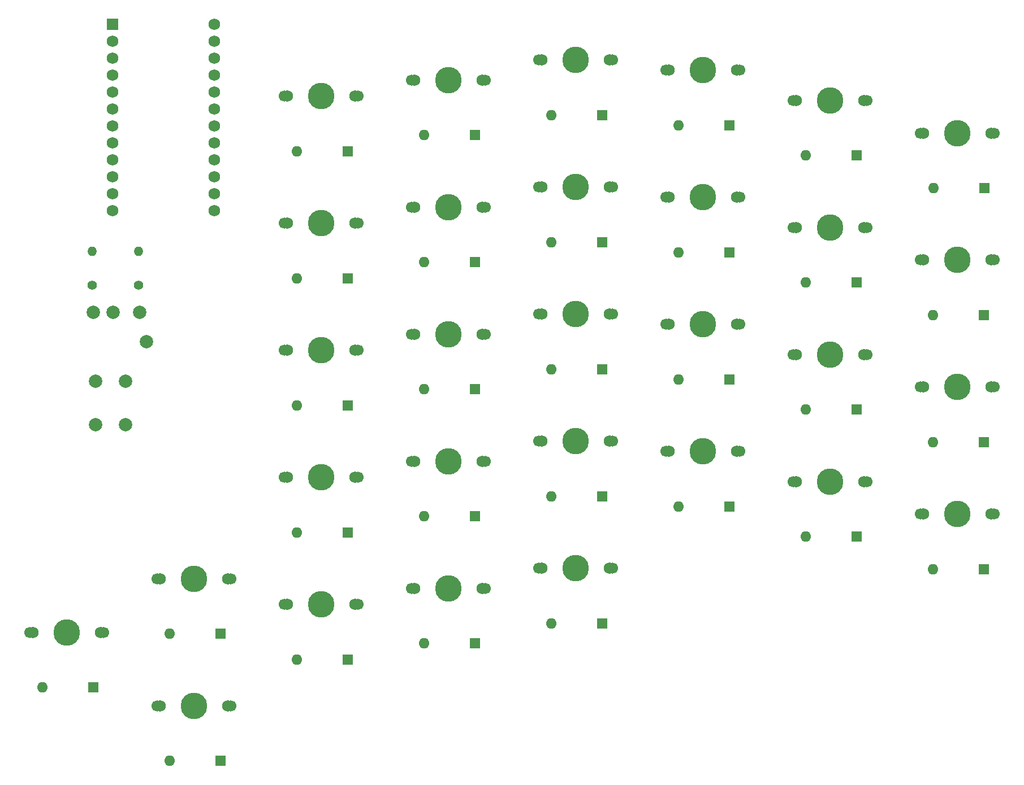
<source format=gbr>
%TF.GenerationSoftware,KiCad,Pcbnew,8.0.6*%
%TF.CreationDate,2025-02-14T20:47:42-05:00*%
%TF.ProjectId,KeyBoard_2nd_half,4b657942-6f61-4726-945f-326e645f6861,rev?*%
%TF.SameCoordinates,Original*%
%TF.FileFunction,Soldermask,Top*%
%TF.FilePolarity,Negative*%
%FSLAX46Y46*%
G04 Gerber Fmt 4.6, Leading zero omitted, Abs format (unit mm)*
G04 Created by KiCad (PCBNEW 8.0.6) date 2025-02-14 20:47:42*
%MOMM*%
%LPD*%
G01*
G04 APERTURE LIST*
%ADD10C,1.700000*%
%ADD11C,1.750000*%
%ADD12C,3.987800*%
%ADD13C,1.400000*%
%ADD14O,1.400000X1.400000*%
%ADD15R,1.752600X1.752600*%
%ADD16C,1.752600*%
%ADD17C,2.000000*%
%ADD18R,1.600000X1.600000*%
%ADD19O,1.600000X1.600000*%
G04 APERTURE END LIST*
D10*
%TO.C,S36*%
X180412100Y-50596976D03*
D11*
X180832100Y-50596976D03*
D12*
X185912100Y-50596976D03*
D11*
X190992100Y-50596976D03*
D10*
X191412100Y-50596976D03*
%TD*%
%TO.C,S57*%
X104212100Y-68996976D03*
D11*
X104632100Y-68996976D03*
D12*
X109712100Y-68996976D03*
D11*
X114792100Y-68996976D03*
D10*
X115212100Y-68996976D03*
%TD*%
%TO.C,S56*%
X104212100Y-49946976D03*
D11*
X104632100Y-49946976D03*
D12*
X109712100Y-49946976D03*
D11*
X114792100Y-49946976D03*
D10*
X115212100Y-49946976D03*
%TD*%
%TO.C,S42*%
X161362100Y-65121976D03*
D11*
X161782100Y-65121976D03*
D12*
X166862100Y-65121976D03*
D11*
X171942100Y-65121976D03*
D10*
X172362100Y-65121976D03*
%TD*%
%TO.C,S51*%
X123262100Y-47546976D03*
D11*
X123682100Y-47546976D03*
D12*
X128762100Y-47546976D03*
D11*
X133842100Y-47546976D03*
D10*
X134262100Y-47546976D03*
%TD*%
%TO.C,S59*%
X104212100Y-107096976D03*
D11*
X104632100Y-107096976D03*
D12*
X109712100Y-107096976D03*
D11*
X114792100Y-107096976D03*
D10*
X115212100Y-107096976D03*
%TD*%
%TO.C,S34*%
X199462100Y-112612788D03*
D11*
X199882100Y-112612788D03*
D12*
X204962100Y-112612788D03*
D11*
X210042100Y-112612788D03*
D10*
X210462100Y-112612788D03*
%TD*%
%TO.C,S37*%
X180412100Y-69646976D03*
D11*
X180832100Y-69646976D03*
D12*
X185912100Y-69646976D03*
D11*
X190992100Y-69646976D03*
D10*
X191412100Y-69646976D03*
%TD*%
%TO.C,S31*%
X199487099Y-55481164D03*
D11*
X199907099Y-55481164D03*
D12*
X204987099Y-55481164D03*
D11*
X210067099Y-55481164D03*
D10*
X210487099Y-55481164D03*
%TD*%
%TO.C,S53*%
X123262100Y-85646976D03*
D11*
X123682100Y-85646976D03*
D12*
X128762100Y-85646976D03*
D11*
X133842100Y-85646976D03*
D10*
X134262100Y-85646976D03*
%TD*%
D13*
%TO.C,R4*%
X75383450Y-78276189D03*
D14*
X75383450Y-73196189D03*
%TD*%
D10*
%TO.C,S55*%
X85162100Y-122321976D03*
D11*
X85582100Y-122321976D03*
D12*
X90662100Y-122321976D03*
D11*
X95742100Y-122321976D03*
D10*
X96162100Y-122321976D03*
%TD*%
%TO.C,S48*%
X142312100Y-82646976D03*
D11*
X142732100Y-82646976D03*
D12*
X147812100Y-82646976D03*
D11*
X152892100Y-82646976D03*
D10*
X153312100Y-82646976D03*
%TD*%
%TO.C,S52*%
X123262100Y-66596976D03*
D11*
X123682100Y-66596976D03*
D12*
X128762100Y-66596976D03*
D11*
X133842100Y-66596976D03*
D10*
X134262100Y-66596976D03*
%TD*%
%TO.C,S35*%
X142312100Y-120746976D03*
D11*
X142732100Y-120746976D03*
D12*
X147812100Y-120746976D03*
D11*
X152892100Y-120746976D03*
D10*
X153312100Y-120746976D03*
%TD*%
%TO.C,S41*%
X161362100Y-46071976D03*
D11*
X161782100Y-46071976D03*
D12*
X166862100Y-46071976D03*
D11*
X171942100Y-46071976D03*
D10*
X172362100Y-46071976D03*
%TD*%
%TO.C,S58*%
X104212100Y-88046976D03*
D11*
X104632100Y-88046976D03*
D12*
X109712100Y-88046976D03*
D11*
X114792100Y-88046976D03*
D10*
X115212100Y-88046976D03*
%TD*%
D13*
%TO.C,R3*%
X82393450Y-78286189D03*
D14*
X82393450Y-73206189D03*
%TD*%
D10*
%TO.C,S45*%
X104212100Y-126146976D03*
D11*
X104632100Y-126146976D03*
D12*
X109712100Y-126146976D03*
D11*
X114792100Y-126146976D03*
D10*
X115212100Y-126146976D03*
%TD*%
%TO.C,S47*%
X142312100Y-63596976D03*
D11*
X142732100Y-63596976D03*
D12*
X147812100Y-63596976D03*
D11*
X152892100Y-63596976D03*
D10*
X153312100Y-63596976D03*
%TD*%
%TO.C,S43*%
X161362100Y-84171976D03*
D11*
X161782100Y-84171976D03*
D12*
X166862100Y-84171976D03*
D11*
X171942100Y-84171976D03*
D10*
X172362100Y-84171976D03*
%TD*%
%TO.C,S60*%
X66112100Y-130346976D03*
D11*
X66532100Y-130346976D03*
D12*
X71612100Y-130346976D03*
D11*
X76692100Y-130346976D03*
D10*
X77112100Y-130346976D03*
%TD*%
D15*
%TO.C,U4*%
X78417100Y-39206101D03*
D16*
X78417100Y-41746101D03*
X78417100Y-44286101D03*
X78417100Y-46826101D03*
X78417100Y-49366101D03*
X78417100Y-51906101D03*
X78417100Y-54446101D03*
X78417100Y-56986101D03*
X78417100Y-59526101D03*
X78417100Y-62066101D03*
X78417100Y-64606101D03*
X78417100Y-67146101D03*
X93657100Y-67146101D03*
X93657100Y-64606101D03*
X93657100Y-62066101D03*
X93657100Y-59526101D03*
X93657100Y-56986101D03*
X93657100Y-54446101D03*
X93657100Y-51906101D03*
X93657100Y-49366101D03*
X93657100Y-46826101D03*
X93657100Y-44286101D03*
X93657100Y-41746101D03*
X93657100Y-39206101D03*
%TD*%
D10*
%TO.C,S54*%
X123262100Y-104696976D03*
D11*
X123682100Y-104696976D03*
D12*
X128762100Y-104696976D03*
D11*
X133842100Y-104696976D03*
D10*
X134262100Y-104696976D03*
%TD*%
%TO.C,S49*%
X142312100Y-101696976D03*
D11*
X142732100Y-101696976D03*
D12*
X147812100Y-101696976D03*
D11*
X152892100Y-101696976D03*
D10*
X153312100Y-101696976D03*
%TD*%
%TO.C,S44*%
X161362100Y-103221976D03*
D11*
X161782100Y-103221976D03*
D12*
X166862100Y-103221976D03*
D11*
X171942100Y-103221976D03*
D10*
X172362100Y-103221976D03*
%TD*%
%TO.C,S38*%
X180412100Y-88696976D03*
D11*
X180832100Y-88696976D03*
D12*
X185912100Y-88696976D03*
D11*
X190992100Y-88696976D03*
D10*
X191412100Y-88696976D03*
%TD*%
D17*
%TO.C,SW2*%
X80378450Y-92696189D03*
X80378450Y-99196189D03*
X75878450Y-92696189D03*
X75878450Y-99196189D03*
%TD*%
%TO.C,U3*%
X83538450Y-86730039D03*
X82538450Y-82330039D03*
X78538450Y-82330039D03*
X75538450Y-82330039D03*
%TD*%
D10*
%TO.C,S32*%
X199462100Y-74512788D03*
D11*
X199882100Y-74512788D03*
D12*
X204962100Y-74512788D03*
D11*
X210042100Y-74512788D03*
D10*
X210462100Y-74512788D03*
%TD*%
%TO.C,S39*%
X180412100Y-107746976D03*
D11*
X180832100Y-107746976D03*
D12*
X185912100Y-107746976D03*
D11*
X190992100Y-107746976D03*
D10*
X191412100Y-107746976D03*
%TD*%
%TO.C,S40*%
X123262100Y-123746976D03*
D11*
X123682100Y-123746976D03*
D12*
X128762100Y-123746976D03*
D11*
X133842100Y-123746976D03*
D10*
X134262100Y-123746976D03*
%TD*%
%TO.C,S46*%
X142312100Y-44546976D03*
D11*
X142732100Y-44546976D03*
D12*
X147812100Y-44546976D03*
D11*
X152892100Y-44546976D03*
D10*
X153312100Y-44546976D03*
%TD*%
%TO.C,S33*%
X199462100Y-93562788D03*
D11*
X199882100Y-93562788D03*
D12*
X204962100Y-93562788D03*
D11*
X210042100Y-93562788D03*
D10*
X210462100Y-93562788D03*
%TD*%
%TO.C,S50*%
X85162100Y-141371976D03*
D11*
X85582100Y-141371976D03*
D12*
X90662100Y-141371976D03*
D11*
X95742100Y-141371976D03*
D10*
X96162100Y-141371976D03*
%TD*%
D18*
%TO.C,D56*%
X113712100Y-58196976D03*
D19*
X106092100Y-58196976D03*
%TD*%
D18*
%TO.C,D43*%
X170862100Y-92421976D03*
D19*
X163242100Y-92421976D03*
%TD*%
D18*
%TO.C,D38*%
X189912100Y-96946976D03*
D19*
X182292100Y-96946976D03*
%TD*%
D18*
%TO.C,D33*%
X208962100Y-101812788D03*
D19*
X201342100Y-101812788D03*
%TD*%
D18*
%TO.C,D41*%
X170862100Y-54321976D03*
D19*
X163242100Y-54321976D03*
%TD*%
D18*
%TO.C,D55*%
X94662100Y-130571976D03*
D19*
X87042100Y-130571976D03*
%TD*%
D18*
%TO.C,D50*%
X94662100Y-149621976D03*
D19*
X87042100Y-149621976D03*
%TD*%
D18*
%TO.C,D58*%
X113712100Y-96296976D03*
D19*
X106092100Y-96296976D03*
%TD*%
D18*
%TO.C,D54*%
X132762100Y-112946976D03*
D19*
X125142100Y-112946976D03*
%TD*%
D18*
%TO.C,D39*%
X189912100Y-115996976D03*
D19*
X182292100Y-115996976D03*
%TD*%
D18*
%TO.C,D36*%
X189912100Y-58846976D03*
D19*
X182292100Y-58846976D03*
%TD*%
D18*
%TO.C,D46*%
X151812100Y-52796976D03*
D19*
X144192100Y-52796976D03*
%TD*%
D18*
%TO.C,D59*%
X113712100Y-115346976D03*
D19*
X106092100Y-115346976D03*
%TD*%
D18*
%TO.C,D35*%
X151812100Y-128996976D03*
D19*
X144192100Y-128996976D03*
%TD*%
D18*
%TO.C,D48*%
X151812100Y-90896976D03*
D19*
X144192100Y-90896976D03*
%TD*%
D18*
%TO.C,D42*%
X170862100Y-73371976D03*
D19*
X163242100Y-73371976D03*
%TD*%
D18*
%TO.C,D37*%
X189912100Y-77896976D03*
D19*
X182292100Y-77896976D03*
%TD*%
D18*
%TO.C,D45*%
X113712100Y-134396976D03*
D19*
X106092100Y-134396976D03*
%TD*%
D18*
%TO.C,D52*%
X132762100Y-74846976D03*
D19*
X125142100Y-74846976D03*
%TD*%
D18*
%TO.C,D32*%
X208962100Y-82762788D03*
D19*
X201342100Y-82762788D03*
%TD*%
D18*
%TO.C,D53*%
X132762100Y-93896976D03*
D19*
X125142100Y-93896976D03*
%TD*%
D18*
%TO.C,D40*%
X132762100Y-131996976D03*
D19*
X125142100Y-131996976D03*
%TD*%
D18*
%TO.C,D31*%
X208987099Y-63731164D03*
D19*
X201367099Y-63731164D03*
%TD*%
D18*
%TO.C,D34*%
X208962100Y-120862788D03*
D19*
X201342100Y-120862788D03*
%TD*%
D18*
%TO.C,D51*%
X132762100Y-55796976D03*
D19*
X125142100Y-55796976D03*
%TD*%
D18*
%TO.C,D44*%
X170862100Y-111471976D03*
D19*
X163242100Y-111471976D03*
%TD*%
D18*
%TO.C,D47*%
X151812100Y-71846976D03*
D19*
X144192100Y-71846976D03*
%TD*%
D18*
%TO.C,D57*%
X113712100Y-77246976D03*
D19*
X106092100Y-77246976D03*
%TD*%
D18*
%TO.C,D60*%
X75612100Y-138596976D03*
D19*
X67992100Y-138596976D03*
%TD*%
D18*
%TO.C,D49*%
X151812100Y-109946976D03*
D19*
X144192100Y-109946976D03*
%TD*%
M02*

</source>
